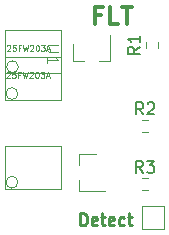
<source format=gbr>
%TF.GenerationSoftware,KiCad,Pcbnew,8.0.4*%
%TF.CreationDate,2024-08-25T11:53:40+01:00*%
%TF.ProjectId,ds_lite_tv_out_chip_swap,64735f6c-6974-4655-9f74-765f6f75745f,rev?*%
%TF.SameCoordinates,Original*%
%TF.FileFunction,Legend,Top*%
%TF.FilePolarity,Positive*%
%FSLAX46Y46*%
G04 Gerber Fmt 4.6, Leading zero omitted, Abs format (unit mm)*
G04 Created by KiCad (PCBNEW 8.0.4) date 2024-08-25 11:53:40*
%MOMM*%
%LPD*%
G01*
G04 APERTURE LIST*
%ADD10C,0.300000*%
%ADD11C,0.250000*%
%ADD12C,0.100000*%
%ADD13C,0.150000*%
%ADD14C,0.120000*%
G04 APERTURE END LIST*
D10*
X157884510Y-71095114D02*
X157384510Y-71095114D01*
X157384510Y-71880828D02*
X157384510Y-70380828D01*
X157384510Y-70380828D02*
X158098796Y-70380828D01*
X159384510Y-71880828D02*
X158670224Y-71880828D01*
X158670224Y-71880828D02*
X158670224Y-70380828D01*
X159670225Y-70380828D02*
X160527368Y-70380828D01*
X160098796Y-71880828D02*
X160098796Y-70380828D01*
D11*
X156182568Y-88884619D02*
X156182568Y-87884619D01*
X156182568Y-87884619D02*
X156420663Y-87884619D01*
X156420663Y-87884619D02*
X156563520Y-87932238D01*
X156563520Y-87932238D02*
X156658758Y-88027476D01*
X156658758Y-88027476D02*
X156706377Y-88122714D01*
X156706377Y-88122714D02*
X156753996Y-88313190D01*
X156753996Y-88313190D02*
X156753996Y-88456047D01*
X156753996Y-88456047D02*
X156706377Y-88646523D01*
X156706377Y-88646523D02*
X156658758Y-88741761D01*
X156658758Y-88741761D02*
X156563520Y-88837000D01*
X156563520Y-88837000D02*
X156420663Y-88884619D01*
X156420663Y-88884619D02*
X156182568Y-88884619D01*
X157563520Y-88837000D02*
X157468282Y-88884619D01*
X157468282Y-88884619D02*
X157277806Y-88884619D01*
X157277806Y-88884619D02*
X157182568Y-88837000D01*
X157182568Y-88837000D02*
X157134949Y-88741761D01*
X157134949Y-88741761D02*
X157134949Y-88360809D01*
X157134949Y-88360809D02*
X157182568Y-88265571D01*
X157182568Y-88265571D02*
X157277806Y-88217952D01*
X157277806Y-88217952D02*
X157468282Y-88217952D01*
X157468282Y-88217952D02*
X157563520Y-88265571D01*
X157563520Y-88265571D02*
X157611139Y-88360809D01*
X157611139Y-88360809D02*
X157611139Y-88456047D01*
X157611139Y-88456047D02*
X157134949Y-88551285D01*
X157896854Y-88217952D02*
X158277806Y-88217952D01*
X158039711Y-87884619D02*
X158039711Y-88741761D01*
X158039711Y-88741761D02*
X158087330Y-88837000D01*
X158087330Y-88837000D02*
X158182568Y-88884619D01*
X158182568Y-88884619D02*
X158277806Y-88884619D01*
X158992092Y-88837000D02*
X158896854Y-88884619D01*
X158896854Y-88884619D02*
X158706378Y-88884619D01*
X158706378Y-88884619D02*
X158611140Y-88837000D01*
X158611140Y-88837000D02*
X158563521Y-88741761D01*
X158563521Y-88741761D02*
X158563521Y-88360809D01*
X158563521Y-88360809D02*
X158611140Y-88265571D01*
X158611140Y-88265571D02*
X158706378Y-88217952D01*
X158706378Y-88217952D02*
X158896854Y-88217952D01*
X158896854Y-88217952D02*
X158992092Y-88265571D01*
X158992092Y-88265571D02*
X159039711Y-88360809D01*
X159039711Y-88360809D02*
X159039711Y-88456047D01*
X159039711Y-88456047D02*
X158563521Y-88551285D01*
X159896854Y-88837000D02*
X159801616Y-88884619D01*
X159801616Y-88884619D02*
X159611140Y-88884619D01*
X159611140Y-88884619D02*
X159515902Y-88837000D01*
X159515902Y-88837000D02*
X159468283Y-88789380D01*
X159468283Y-88789380D02*
X159420664Y-88694142D01*
X159420664Y-88694142D02*
X159420664Y-88408428D01*
X159420664Y-88408428D02*
X159468283Y-88313190D01*
X159468283Y-88313190D02*
X159515902Y-88265571D01*
X159515902Y-88265571D02*
X159611140Y-88217952D01*
X159611140Y-88217952D02*
X159801616Y-88217952D01*
X159801616Y-88217952D02*
X159896854Y-88265571D01*
X160182569Y-88217952D02*
X160563521Y-88217952D01*
X160325426Y-87884619D02*
X160325426Y-88741761D01*
X160325426Y-88741761D02*
X160373045Y-88837000D01*
X160373045Y-88837000D02*
X160468283Y-88884619D01*
X160468283Y-88884619D02*
X160563521Y-88884619D01*
D12*
X149921027Y-75946228D02*
X149944836Y-75922419D01*
X149944836Y-75922419D02*
X149992455Y-75898609D01*
X149992455Y-75898609D02*
X150111503Y-75898609D01*
X150111503Y-75898609D02*
X150159122Y-75922419D01*
X150159122Y-75922419D02*
X150182931Y-75946228D01*
X150182931Y-75946228D02*
X150206741Y-75993847D01*
X150206741Y-75993847D02*
X150206741Y-76041466D01*
X150206741Y-76041466D02*
X150182931Y-76112895D01*
X150182931Y-76112895D02*
X149897217Y-76398609D01*
X149897217Y-76398609D02*
X150206741Y-76398609D01*
X150659121Y-75898609D02*
X150421026Y-75898609D01*
X150421026Y-75898609D02*
X150397217Y-76136704D01*
X150397217Y-76136704D02*
X150421026Y-76112895D01*
X150421026Y-76112895D02*
X150468645Y-76089085D01*
X150468645Y-76089085D02*
X150587693Y-76089085D01*
X150587693Y-76089085D02*
X150635312Y-76112895D01*
X150635312Y-76112895D02*
X150659121Y-76136704D01*
X150659121Y-76136704D02*
X150682931Y-76184323D01*
X150682931Y-76184323D02*
X150682931Y-76303371D01*
X150682931Y-76303371D02*
X150659121Y-76350990D01*
X150659121Y-76350990D02*
X150635312Y-76374800D01*
X150635312Y-76374800D02*
X150587693Y-76398609D01*
X150587693Y-76398609D02*
X150468645Y-76398609D01*
X150468645Y-76398609D02*
X150421026Y-76374800D01*
X150421026Y-76374800D02*
X150397217Y-76350990D01*
X151063883Y-76136704D02*
X150897216Y-76136704D01*
X150897216Y-76398609D02*
X150897216Y-75898609D01*
X150897216Y-75898609D02*
X151135311Y-75898609D01*
X151278168Y-75898609D02*
X151397216Y-76398609D01*
X151397216Y-76398609D02*
X151492454Y-76041466D01*
X151492454Y-76041466D02*
X151587692Y-76398609D01*
X151587692Y-76398609D02*
X151706740Y-75898609D01*
X151873407Y-75946228D02*
X151897216Y-75922419D01*
X151897216Y-75922419D02*
X151944835Y-75898609D01*
X151944835Y-75898609D02*
X152063883Y-75898609D01*
X152063883Y-75898609D02*
X152111502Y-75922419D01*
X152111502Y-75922419D02*
X152135311Y-75946228D01*
X152135311Y-75946228D02*
X152159121Y-75993847D01*
X152159121Y-75993847D02*
X152159121Y-76041466D01*
X152159121Y-76041466D02*
X152135311Y-76112895D01*
X152135311Y-76112895D02*
X151849597Y-76398609D01*
X151849597Y-76398609D02*
X152159121Y-76398609D01*
X152468644Y-75898609D02*
X152516263Y-75898609D01*
X152516263Y-75898609D02*
X152563882Y-75922419D01*
X152563882Y-75922419D02*
X152587692Y-75946228D01*
X152587692Y-75946228D02*
X152611501Y-75993847D01*
X152611501Y-75993847D02*
X152635311Y-76089085D01*
X152635311Y-76089085D02*
X152635311Y-76208133D01*
X152635311Y-76208133D02*
X152611501Y-76303371D01*
X152611501Y-76303371D02*
X152587692Y-76350990D01*
X152587692Y-76350990D02*
X152563882Y-76374800D01*
X152563882Y-76374800D02*
X152516263Y-76398609D01*
X152516263Y-76398609D02*
X152468644Y-76398609D01*
X152468644Y-76398609D02*
X152421025Y-76374800D01*
X152421025Y-76374800D02*
X152397216Y-76350990D01*
X152397216Y-76350990D02*
X152373406Y-76303371D01*
X152373406Y-76303371D02*
X152349597Y-76208133D01*
X152349597Y-76208133D02*
X152349597Y-76089085D01*
X152349597Y-76089085D02*
X152373406Y-75993847D01*
X152373406Y-75993847D02*
X152397216Y-75946228D01*
X152397216Y-75946228D02*
X152421025Y-75922419D01*
X152421025Y-75922419D02*
X152468644Y-75898609D01*
X152801977Y-75898609D02*
X153111501Y-75898609D01*
X153111501Y-75898609D02*
X152944834Y-76089085D01*
X152944834Y-76089085D02*
X153016263Y-76089085D01*
X153016263Y-76089085D02*
X153063882Y-76112895D01*
X153063882Y-76112895D02*
X153087691Y-76136704D01*
X153087691Y-76136704D02*
X153111501Y-76184323D01*
X153111501Y-76184323D02*
X153111501Y-76303371D01*
X153111501Y-76303371D02*
X153087691Y-76350990D01*
X153087691Y-76350990D02*
X153063882Y-76374800D01*
X153063882Y-76374800D02*
X153016263Y-76398609D01*
X153016263Y-76398609D02*
X152873406Y-76398609D01*
X152873406Y-76398609D02*
X152825787Y-76374800D01*
X152825787Y-76374800D02*
X152801977Y-76350990D01*
X153301977Y-76255752D02*
X153540072Y-76255752D01*
X153254358Y-76398609D02*
X153421024Y-75898609D01*
X153421024Y-75898609D02*
X153587691Y-76398609D01*
X149961027Y-73671228D02*
X149984836Y-73647419D01*
X149984836Y-73647419D02*
X150032455Y-73623609D01*
X150032455Y-73623609D02*
X150151503Y-73623609D01*
X150151503Y-73623609D02*
X150199122Y-73647419D01*
X150199122Y-73647419D02*
X150222931Y-73671228D01*
X150222931Y-73671228D02*
X150246741Y-73718847D01*
X150246741Y-73718847D02*
X150246741Y-73766466D01*
X150246741Y-73766466D02*
X150222931Y-73837895D01*
X150222931Y-73837895D02*
X149937217Y-74123609D01*
X149937217Y-74123609D02*
X150246741Y-74123609D01*
X150699121Y-73623609D02*
X150461026Y-73623609D01*
X150461026Y-73623609D02*
X150437217Y-73861704D01*
X150437217Y-73861704D02*
X150461026Y-73837895D01*
X150461026Y-73837895D02*
X150508645Y-73814085D01*
X150508645Y-73814085D02*
X150627693Y-73814085D01*
X150627693Y-73814085D02*
X150675312Y-73837895D01*
X150675312Y-73837895D02*
X150699121Y-73861704D01*
X150699121Y-73861704D02*
X150722931Y-73909323D01*
X150722931Y-73909323D02*
X150722931Y-74028371D01*
X150722931Y-74028371D02*
X150699121Y-74075990D01*
X150699121Y-74075990D02*
X150675312Y-74099800D01*
X150675312Y-74099800D02*
X150627693Y-74123609D01*
X150627693Y-74123609D02*
X150508645Y-74123609D01*
X150508645Y-74123609D02*
X150461026Y-74099800D01*
X150461026Y-74099800D02*
X150437217Y-74075990D01*
X151103883Y-73861704D02*
X150937216Y-73861704D01*
X150937216Y-74123609D02*
X150937216Y-73623609D01*
X150937216Y-73623609D02*
X151175311Y-73623609D01*
X151318168Y-73623609D02*
X151437216Y-74123609D01*
X151437216Y-74123609D02*
X151532454Y-73766466D01*
X151532454Y-73766466D02*
X151627692Y-74123609D01*
X151627692Y-74123609D02*
X151746740Y-73623609D01*
X151913407Y-73671228D02*
X151937216Y-73647419D01*
X151937216Y-73647419D02*
X151984835Y-73623609D01*
X151984835Y-73623609D02*
X152103883Y-73623609D01*
X152103883Y-73623609D02*
X152151502Y-73647419D01*
X152151502Y-73647419D02*
X152175311Y-73671228D01*
X152175311Y-73671228D02*
X152199121Y-73718847D01*
X152199121Y-73718847D02*
X152199121Y-73766466D01*
X152199121Y-73766466D02*
X152175311Y-73837895D01*
X152175311Y-73837895D02*
X151889597Y-74123609D01*
X151889597Y-74123609D02*
X152199121Y-74123609D01*
X152508644Y-73623609D02*
X152556263Y-73623609D01*
X152556263Y-73623609D02*
X152603882Y-73647419D01*
X152603882Y-73647419D02*
X152627692Y-73671228D01*
X152627692Y-73671228D02*
X152651501Y-73718847D01*
X152651501Y-73718847D02*
X152675311Y-73814085D01*
X152675311Y-73814085D02*
X152675311Y-73933133D01*
X152675311Y-73933133D02*
X152651501Y-74028371D01*
X152651501Y-74028371D02*
X152627692Y-74075990D01*
X152627692Y-74075990D02*
X152603882Y-74099800D01*
X152603882Y-74099800D02*
X152556263Y-74123609D01*
X152556263Y-74123609D02*
X152508644Y-74123609D01*
X152508644Y-74123609D02*
X152461025Y-74099800D01*
X152461025Y-74099800D02*
X152437216Y-74075990D01*
X152437216Y-74075990D02*
X152413406Y-74028371D01*
X152413406Y-74028371D02*
X152389597Y-73933133D01*
X152389597Y-73933133D02*
X152389597Y-73814085D01*
X152389597Y-73814085D02*
X152413406Y-73718847D01*
X152413406Y-73718847D02*
X152437216Y-73671228D01*
X152437216Y-73671228D02*
X152461025Y-73647419D01*
X152461025Y-73647419D02*
X152508644Y-73623609D01*
X152841977Y-73623609D02*
X153151501Y-73623609D01*
X153151501Y-73623609D02*
X152984834Y-73814085D01*
X152984834Y-73814085D02*
X153056263Y-73814085D01*
X153056263Y-73814085D02*
X153103882Y-73837895D01*
X153103882Y-73837895D02*
X153127691Y-73861704D01*
X153127691Y-73861704D02*
X153151501Y-73909323D01*
X153151501Y-73909323D02*
X153151501Y-74028371D01*
X153151501Y-74028371D02*
X153127691Y-74075990D01*
X153127691Y-74075990D02*
X153103882Y-74099800D01*
X153103882Y-74099800D02*
X153056263Y-74123609D01*
X153056263Y-74123609D02*
X152913406Y-74123609D01*
X152913406Y-74123609D02*
X152865787Y-74099800D01*
X152865787Y-74099800D02*
X152841977Y-74075990D01*
X153341977Y-73980752D02*
X153580072Y-73980752D01*
X153294358Y-74123609D02*
X153461024Y-73623609D01*
X153461024Y-73623609D02*
X153627691Y-74123609D01*
X154312580Y-73608095D02*
X153503057Y-73608095D01*
X153503057Y-73608095D02*
X153407819Y-73655714D01*
X153407819Y-73655714D02*
X153360200Y-73703333D01*
X153360200Y-73703333D02*
X153312580Y-73798571D01*
X153312580Y-73798571D02*
X153312580Y-73989047D01*
X153312580Y-73989047D02*
X153360200Y-74084285D01*
X153360200Y-74084285D02*
X153407819Y-74131904D01*
X153407819Y-74131904D02*
X153503057Y-74179523D01*
X153503057Y-74179523D02*
X154312580Y-74179523D01*
X153312580Y-75179523D02*
X153312580Y-74608095D01*
X153312580Y-74893809D02*
X154312580Y-74893809D01*
X154312580Y-74893809D02*
X154169723Y-74798571D01*
X154169723Y-74798571D02*
X154074485Y-74703333D01*
X154074485Y-74703333D02*
X154026866Y-74608095D01*
D13*
X161473333Y-84424819D02*
X161140000Y-83948628D01*
X160901905Y-84424819D02*
X160901905Y-83424819D01*
X160901905Y-83424819D02*
X161282857Y-83424819D01*
X161282857Y-83424819D02*
X161378095Y-83472438D01*
X161378095Y-83472438D02*
X161425714Y-83520057D01*
X161425714Y-83520057D02*
X161473333Y-83615295D01*
X161473333Y-83615295D02*
X161473333Y-83758152D01*
X161473333Y-83758152D02*
X161425714Y-83853390D01*
X161425714Y-83853390D02*
X161378095Y-83901009D01*
X161378095Y-83901009D02*
X161282857Y-83948628D01*
X161282857Y-83948628D02*
X160901905Y-83948628D01*
X161806667Y-83424819D02*
X162425714Y-83424819D01*
X162425714Y-83424819D02*
X162092381Y-83805771D01*
X162092381Y-83805771D02*
X162235238Y-83805771D01*
X162235238Y-83805771D02*
X162330476Y-83853390D01*
X162330476Y-83853390D02*
X162378095Y-83901009D01*
X162378095Y-83901009D02*
X162425714Y-83996247D01*
X162425714Y-83996247D02*
X162425714Y-84234342D01*
X162425714Y-84234342D02*
X162378095Y-84329580D01*
X162378095Y-84329580D02*
X162330476Y-84377200D01*
X162330476Y-84377200D02*
X162235238Y-84424819D01*
X162235238Y-84424819D02*
X161949524Y-84424819D01*
X161949524Y-84424819D02*
X161854286Y-84377200D01*
X161854286Y-84377200D02*
X161806667Y-84329580D01*
X161493333Y-79484819D02*
X161160000Y-79008628D01*
X160921905Y-79484819D02*
X160921905Y-78484819D01*
X160921905Y-78484819D02*
X161302857Y-78484819D01*
X161302857Y-78484819D02*
X161398095Y-78532438D01*
X161398095Y-78532438D02*
X161445714Y-78580057D01*
X161445714Y-78580057D02*
X161493333Y-78675295D01*
X161493333Y-78675295D02*
X161493333Y-78818152D01*
X161493333Y-78818152D02*
X161445714Y-78913390D01*
X161445714Y-78913390D02*
X161398095Y-78961009D01*
X161398095Y-78961009D02*
X161302857Y-79008628D01*
X161302857Y-79008628D02*
X160921905Y-79008628D01*
X161874286Y-78580057D02*
X161921905Y-78532438D01*
X161921905Y-78532438D02*
X162017143Y-78484819D01*
X162017143Y-78484819D02*
X162255238Y-78484819D01*
X162255238Y-78484819D02*
X162350476Y-78532438D01*
X162350476Y-78532438D02*
X162398095Y-78580057D01*
X162398095Y-78580057D02*
X162445714Y-78675295D01*
X162445714Y-78675295D02*
X162445714Y-78770533D01*
X162445714Y-78770533D02*
X162398095Y-78913390D01*
X162398095Y-78913390D02*
X161826667Y-79484819D01*
X161826667Y-79484819D02*
X162445714Y-79484819D01*
X161184819Y-73776666D02*
X160708628Y-74109999D01*
X161184819Y-74348094D02*
X160184819Y-74348094D01*
X160184819Y-74348094D02*
X160184819Y-73967142D01*
X160184819Y-73967142D02*
X160232438Y-73871904D01*
X160232438Y-73871904D02*
X160280057Y-73824285D01*
X160280057Y-73824285D02*
X160375295Y-73776666D01*
X160375295Y-73776666D02*
X160518152Y-73776666D01*
X160518152Y-73776666D02*
X160613390Y-73824285D01*
X160613390Y-73824285D02*
X160661009Y-73871904D01*
X160661009Y-73871904D02*
X160708628Y-73967142D01*
X160708628Y-73967142D02*
X160708628Y-74348094D01*
X161184819Y-72824285D02*
X161184819Y-73395713D01*
X161184819Y-73109999D02*
X160184819Y-73109999D01*
X160184819Y-73109999D02*
X160327676Y-73205237D01*
X160327676Y-73205237D02*
X160422914Y-73300475D01*
X160422914Y-73300475D02*
X160470533Y-73395713D01*
%TO.C,U5*%
D12*
X149760000Y-74625000D02*
X154520000Y-74625000D01*
X154520000Y-78305000D01*
X149760000Y-78305000D01*
X149760000Y-74625000D01*
X150880000Y-77735000D02*
G75*
G02*
X149880000Y-77735000I-500000J0D01*
G01*
X149880000Y-77735000D02*
G75*
G02*
X150880000Y-77735000I500000J0D01*
G01*
%TO.C,U4*%
X149800000Y-72350000D02*
X154560000Y-72350000D01*
X154560000Y-76030000D01*
X149800000Y-76030000D01*
X149800000Y-72350000D01*
X150920000Y-75460000D02*
G75*
G02*
X149920000Y-75460000I-500000J0D01*
G01*
X149920000Y-75460000D02*
G75*
G02*
X150920000Y-75460000I500000J0D01*
G01*
%TO.C,U3*%
X149760000Y-82130000D02*
X154520000Y-82130000D01*
X154520000Y-85810000D01*
X149760000Y-85810000D01*
X149760000Y-82130000D01*
X150880000Y-85240000D02*
G75*
G02*
X149880000Y-85240000I-500000J0D01*
G01*
X149880000Y-85240000D02*
G75*
G02*
X150880000Y-85240000I500000J0D01*
G01*
D14*
%TO.C,U2*%
X156060000Y-86010000D02*
X158220000Y-86010000D01*
X156060000Y-86010000D02*
X156060000Y-85080000D01*
X156060000Y-82850000D02*
X157520000Y-82850000D01*
X156060000Y-82850000D02*
X156060000Y-83780000D01*
%TO.C,U1*%
X158700000Y-74960000D02*
X158700000Y-72800000D01*
X158700000Y-74960000D02*
X157770000Y-74960000D01*
X155540000Y-74960000D02*
X155540000Y-73500000D01*
X155540000Y-74960000D02*
X156470000Y-74960000D01*
%TO.C,TP1*%
X161380000Y-87270000D02*
X163280000Y-87270000D01*
X161380000Y-89170000D02*
X161380000Y-87270000D01*
X163280000Y-87270000D02*
X163280000Y-89170000D01*
X163280000Y-89170000D02*
X161380000Y-89170000D01*
%TO.C,R3*%
X161385276Y-84877500D02*
X161894724Y-84877500D01*
X161385276Y-85922500D02*
X161894724Y-85922500D01*
%TO.C,R2*%
X161405276Y-79937500D02*
X161914724Y-79937500D01*
X161405276Y-80982500D02*
X161914724Y-80982500D01*
%TO.C,R1*%
X162742500Y-73375276D02*
X162742500Y-73884724D01*
X161697500Y-73375276D02*
X161697500Y-73884724D01*
%TD*%
M02*

</source>
